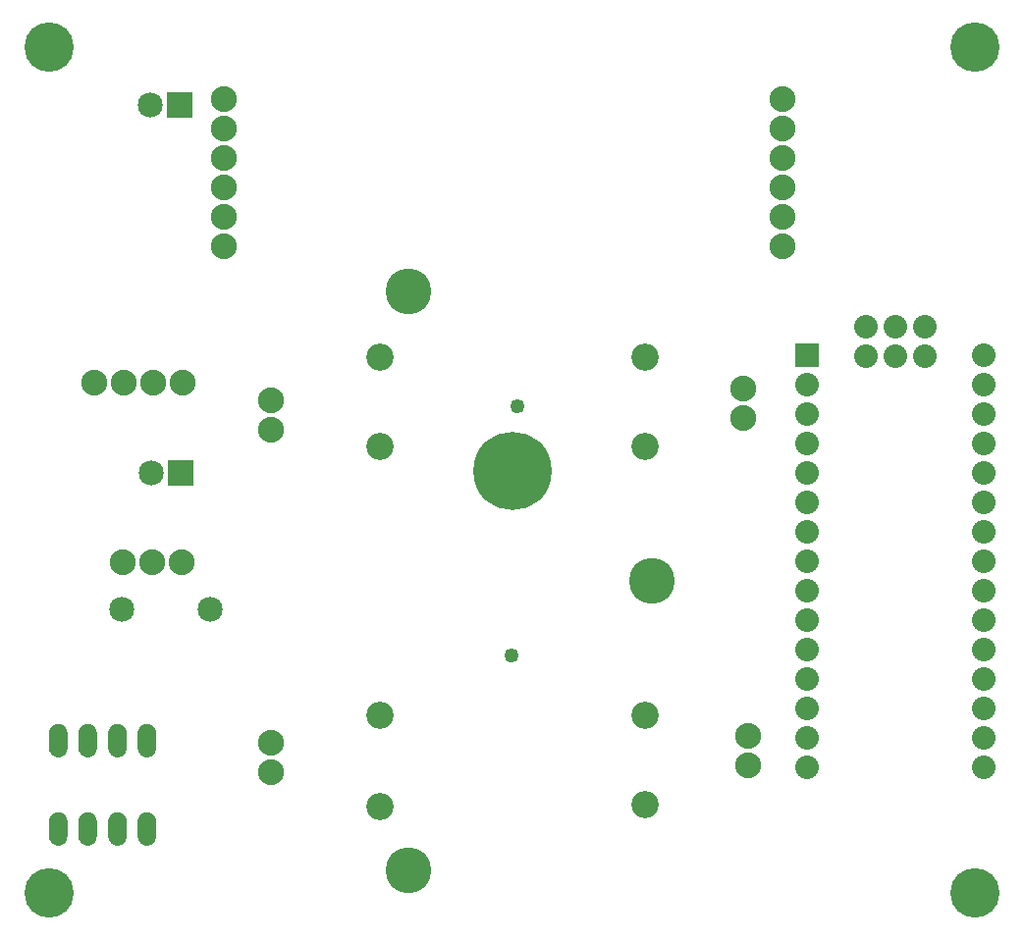
<source format=gts>
G04 MADE WITH FRITZING*
G04 WWW.FRITZING.ORG*
G04 DOUBLE SIDED*
G04 HOLES PLATED*
G04 CONTOUR ON CENTER OF CONTOUR VECTOR*
%ASAXBY*%
%FSLAX23Y23*%
%MOIN*%
%OFA0B0*%
%SFA1.0B1.0*%
%ADD10C,0.085000*%
%ADD11C,0.049370*%
%ADD12C,0.062000*%
%ADD13C,0.128110*%
%ADD14C,0.167480*%
%ADD15C,0.214724*%
%ADD16C,0.092677*%
%ADD17C,0.265905*%
%ADD18C,0.155669*%
%ADD19C,0.080000*%
%ADD20C,0.088000*%
%ADD21R,0.085000X0.085000*%
%ADD22R,0.079958X0.080000*%
%ADD23R,0.001000X0.001000*%
%LNMASK1*%
G90*
G70*
G54D10*
X641Y2877D03*
X541Y2877D03*
G54D11*
X1768Y1005D03*
X1787Y1851D03*
G54D12*
X431Y415D03*
X531Y415D03*
X531Y715D03*
X431Y715D03*
X431Y415D03*
X531Y415D03*
X531Y715D03*
X431Y715D03*
X230Y415D03*
X330Y415D03*
X330Y715D03*
X230Y715D03*
X230Y415D03*
X330Y415D03*
X330Y715D03*
X230Y715D03*
G54D10*
X744Y1163D03*
X444Y1163D03*
G54D13*
X1417Y274D03*
X2243Y1258D03*
X1418Y2242D03*
G54D14*
X198Y199D03*
X3343Y3073D03*
X198Y3073D03*
X3343Y199D03*
G54D15*
X1772Y1634D03*
G54D16*
X2222Y2020D03*
X2222Y1717D03*
X1322Y1717D03*
X1322Y2020D03*
X1322Y491D03*
X1322Y802D03*
X2222Y802D03*
X2222Y499D03*
G54D17*
X1772Y1633D03*
G54D18*
X1418Y2244D03*
X2244Y1259D03*
X1418Y275D03*
G54D19*
X2772Y2027D03*
X2772Y1927D03*
X2772Y1827D03*
X2772Y1727D03*
X2772Y1627D03*
X2772Y1527D03*
X2772Y1427D03*
X2772Y1327D03*
X2772Y1227D03*
X2772Y1127D03*
X2772Y1027D03*
X2772Y927D03*
X2772Y827D03*
X2772Y727D03*
X2772Y627D03*
X3372Y2027D03*
X3372Y1927D03*
X3372Y1827D03*
X3372Y1727D03*
X3372Y1627D03*
X3372Y1527D03*
X3372Y1427D03*
X3372Y1327D03*
X3372Y1227D03*
X3372Y1127D03*
X3372Y1027D03*
X3372Y927D03*
X3372Y827D03*
X3372Y727D03*
X3372Y627D03*
X2972Y2122D03*
X2972Y2022D03*
X3072Y2122D03*
X3072Y2022D03*
X3172Y2122D03*
X3172Y2022D03*
G54D20*
X791Y2895D03*
X791Y2795D03*
X791Y2695D03*
X791Y2595D03*
X791Y2495D03*
X791Y2395D03*
X2689Y2895D03*
X2689Y2795D03*
X2689Y2695D03*
X2689Y2595D03*
X2689Y2495D03*
X2689Y2395D03*
X2573Y632D03*
X2573Y732D03*
X952Y710D03*
X952Y610D03*
X952Y1873D03*
X952Y1773D03*
X2555Y1813D03*
X2555Y1913D03*
X351Y1931D03*
X451Y1931D03*
X551Y1931D03*
X651Y1931D03*
X449Y1321D03*
X549Y1321D03*
X649Y1321D03*
G54D10*
X646Y1627D03*
X546Y1627D03*
G54D21*
X641Y2877D03*
G54D22*
X2772Y2027D03*
G54D21*
X646Y1627D03*
G54D23*
X224Y773D02*
X234Y773D01*
X324Y773D02*
X334Y773D01*
X426Y773D02*
X435Y773D01*
X526Y773D02*
X535Y773D01*
X220Y772D02*
X238Y772D01*
X320Y772D02*
X338Y772D01*
X422Y772D02*
X439Y772D01*
X522Y772D02*
X539Y772D01*
X218Y771D02*
X241Y771D01*
X318Y771D02*
X341Y771D01*
X419Y771D02*
X442Y771D01*
X519Y771D02*
X542Y771D01*
X216Y770D02*
X243Y770D01*
X316Y770D02*
X343Y770D01*
X417Y770D02*
X444Y770D01*
X517Y770D02*
X544Y770D01*
X214Y769D02*
X245Y769D01*
X314Y769D02*
X345Y769D01*
X415Y769D02*
X446Y769D01*
X515Y769D02*
X546Y769D01*
X212Y768D02*
X246Y768D01*
X312Y768D02*
X346Y768D01*
X413Y768D02*
X447Y768D01*
X513Y768D02*
X547Y768D01*
X211Y767D02*
X248Y767D01*
X311Y767D02*
X348Y767D01*
X412Y767D02*
X449Y767D01*
X512Y767D02*
X549Y767D01*
X209Y766D02*
X249Y766D01*
X309Y766D02*
X349Y766D01*
X411Y766D02*
X450Y766D01*
X511Y766D02*
X550Y766D01*
X208Y765D02*
X250Y765D01*
X308Y765D02*
X350Y765D01*
X410Y765D02*
X451Y765D01*
X510Y765D02*
X551Y765D01*
X207Y764D02*
X251Y764D01*
X307Y764D02*
X351Y764D01*
X409Y764D02*
X452Y764D01*
X509Y764D02*
X552Y764D01*
X206Y763D02*
X252Y763D01*
X306Y763D02*
X352Y763D01*
X408Y763D02*
X453Y763D01*
X508Y763D02*
X553Y763D01*
X206Y762D02*
X253Y762D01*
X306Y762D02*
X353Y762D01*
X407Y762D02*
X454Y762D01*
X507Y762D02*
X554Y762D01*
X205Y761D02*
X253Y761D01*
X305Y761D02*
X353Y761D01*
X406Y761D02*
X455Y761D01*
X506Y761D02*
X555Y761D01*
X204Y760D02*
X254Y760D01*
X304Y760D02*
X354Y760D01*
X405Y760D02*
X455Y760D01*
X505Y760D02*
X555Y760D01*
X204Y759D02*
X255Y759D01*
X304Y759D02*
X355Y759D01*
X405Y759D02*
X456Y759D01*
X505Y759D02*
X556Y759D01*
X203Y758D02*
X255Y758D01*
X303Y758D02*
X355Y758D01*
X404Y758D02*
X457Y758D01*
X504Y758D02*
X557Y758D01*
X202Y757D02*
X256Y757D01*
X302Y757D02*
X356Y757D01*
X404Y757D02*
X457Y757D01*
X504Y757D02*
X557Y757D01*
X202Y756D02*
X256Y756D01*
X302Y756D02*
X356Y756D01*
X403Y756D02*
X458Y756D01*
X503Y756D02*
X558Y756D01*
X201Y755D02*
X257Y755D01*
X301Y755D02*
X357Y755D01*
X403Y755D02*
X458Y755D01*
X503Y755D02*
X558Y755D01*
X201Y754D02*
X257Y754D01*
X301Y754D02*
X357Y754D01*
X402Y754D02*
X459Y754D01*
X502Y754D02*
X559Y754D01*
X201Y753D02*
X258Y753D01*
X301Y753D02*
X358Y753D01*
X402Y753D02*
X459Y753D01*
X502Y753D02*
X559Y753D01*
X200Y752D02*
X258Y752D01*
X300Y752D02*
X358Y752D01*
X402Y752D02*
X459Y752D01*
X502Y752D02*
X559Y752D01*
X200Y751D02*
X258Y751D01*
X300Y751D02*
X358Y751D01*
X401Y751D02*
X460Y751D01*
X501Y751D02*
X560Y751D01*
X200Y750D02*
X259Y750D01*
X300Y750D02*
X359Y750D01*
X401Y750D02*
X460Y750D01*
X501Y750D02*
X560Y750D01*
X199Y749D02*
X259Y749D01*
X299Y749D02*
X359Y749D01*
X401Y749D02*
X460Y749D01*
X501Y749D02*
X560Y749D01*
X199Y748D02*
X259Y748D01*
X299Y748D02*
X359Y748D01*
X400Y748D02*
X460Y748D01*
X500Y748D02*
X560Y748D01*
X199Y747D02*
X259Y747D01*
X299Y747D02*
X359Y747D01*
X400Y747D02*
X461Y747D01*
X500Y747D02*
X561Y747D01*
X199Y746D02*
X259Y746D01*
X299Y746D02*
X359Y746D01*
X400Y746D02*
X461Y746D01*
X500Y746D02*
X561Y746D01*
X199Y745D02*
X260Y745D01*
X299Y745D02*
X360Y745D01*
X400Y745D02*
X461Y745D01*
X500Y745D02*
X561Y745D01*
X199Y744D02*
X260Y744D01*
X299Y744D02*
X360Y744D01*
X400Y744D02*
X461Y744D01*
X500Y744D02*
X561Y744D01*
X199Y743D02*
X260Y743D01*
X299Y743D02*
X360Y743D01*
X400Y743D02*
X461Y743D01*
X500Y743D02*
X561Y743D01*
X199Y742D02*
X260Y742D01*
X299Y742D02*
X360Y742D01*
X400Y742D02*
X461Y742D01*
X500Y742D02*
X561Y742D01*
X199Y741D02*
X260Y741D01*
X299Y741D02*
X360Y741D01*
X400Y741D02*
X461Y741D01*
X500Y741D02*
X561Y741D01*
X199Y740D02*
X260Y740D01*
X299Y740D02*
X360Y740D01*
X400Y740D02*
X461Y740D01*
X500Y740D02*
X561Y740D01*
X199Y739D02*
X260Y739D01*
X299Y739D02*
X360Y739D01*
X400Y739D02*
X461Y739D01*
X500Y739D02*
X561Y739D01*
X199Y738D02*
X260Y738D01*
X299Y738D02*
X360Y738D01*
X400Y738D02*
X461Y738D01*
X500Y738D02*
X561Y738D01*
X199Y737D02*
X260Y737D01*
X299Y737D02*
X360Y737D01*
X400Y737D02*
X461Y737D01*
X500Y737D02*
X561Y737D01*
X199Y736D02*
X260Y736D01*
X299Y736D02*
X360Y736D01*
X400Y736D02*
X461Y736D01*
X500Y736D02*
X561Y736D01*
X199Y735D02*
X260Y735D01*
X299Y735D02*
X360Y735D01*
X400Y735D02*
X461Y735D01*
X500Y735D02*
X561Y735D01*
X199Y734D02*
X260Y734D01*
X299Y734D02*
X360Y734D01*
X400Y734D02*
X461Y734D01*
X500Y734D02*
X561Y734D01*
X199Y733D02*
X260Y733D01*
X299Y733D02*
X360Y733D01*
X400Y733D02*
X461Y733D01*
X500Y733D02*
X561Y733D01*
X199Y732D02*
X260Y732D01*
X299Y732D02*
X360Y732D01*
X400Y732D02*
X461Y732D01*
X500Y732D02*
X561Y732D01*
X199Y731D02*
X260Y731D01*
X299Y731D02*
X360Y731D01*
X400Y731D02*
X461Y731D01*
X500Y731D02*
X561Y731D01*
X199Y730D02*
X260Y730D01*
X299Y730D02*
X360Y730D01*
X400Y730D02*
X461Y730D01*
X500Y730D02*
X561Y730D01*
X199Y729D02*
X260Y729D01*
X299Y729D02*
X360Y729D01*
X400Y729D02*
X461Y729D01*
X500Y729D02*
X561Y729D01*
X199Y728D02*
X260Y728D01*
X299Y728D02*
X360Y728D01*
X400Y728D02*
X461Y728D01*
X500Y728D02*
X561Y728D01*
X199Y727D02*
X225Y727D01*
X233Y727D02*
X260Y727D01*
X299Y727D02*
X325Y727D01*
X333Y727D02*
X360Y727D01*
X400Y727D02*
X427Y727D01*
X434Y727D02*
X461Y727D01*
X500Y727D02*
X526Y727D01*
X534Y727D02*
X561Y727D01*
X199Y726D02*
X223Y726D01*
X235Y726D02*
X260Y726D01*
X299Y726D02*
X323Y726D01*
X335Y726D02*
X360Y726D01*
X400Y726D02*
X424Y726D01*
X437Y726D02*
X461Y726D01*
X500Y726D02*
X524Y726D01*
X537Y726D02*
X561Y726D01*
X199Y725D02*
X222Y725D01*
X237Y725D02*
X260Y725D01*
X299Y725D02*
X322Y725D01*
X337Y725D02*
X360Y725D01*
X400Y725D02*
X423Y725D01*
X438Y725D02*
X461Y725D01*
X500Y725D02*
X523Y725D01*
X538Y725D02*
X561Y725D01*
X199Y724D02*
X221Y724D01*
X238Y724D02*
X260Y724D01*
X299Y724D02*
X321Y724D01*
X338Y724D02*
X360Y724D01*
X400Y724D02*
X422Y724D01*
X439Y724D02*
X461Y724D01*
X500Y724D02*
X522Y724D01*
X539Y724D02*
X561Y724D01*
X199Y723D02*
X220Y723D01*
X239Y723D02*
X260Y723D01*
X299Y723D02*
X320Y723D01*
X339Y723D02*
X360Y723D01*
X400Y723D02*
X421Y723D01*
X440Y723D02*
X461Y723D01*
X500Y723D02*
X521Y723D01*
X540Y723D02*
X561Y723D01*
X199Y722D02*
X219Y722D01*
X239Y722D02*
X260Y722D01*
X299Y722D02*
X319Y722D01*
X339Y722D02*
X360Y722D01*
X400Y722D02*
X420Y722D01*
X441Y722D02*
X461Y722D01*
X500Y722D02*
X520Y722D01*
X540Y722D02*
X561Y722D01*
X199Y721D02*
X219Y721D01*
X240Y721D02*
X260Y721D01*
X299Y721D02*
X319Y721D01*
X340Y721D02*
X360Y721D01*
X400Y721D02*
X420Y721D01*
X441Y721D02*
X461Y721D01*
X500Y721D02*
X520Y721D01*
X541Y721D02*
X561Y721D01*
X199Y720D02*
X218Y720D01*
X240Y720D02*
X260Y720D01*
X299Y720D02*
X318Y720D01*
X340Y720D02*
X360Y720D01*
X400Y720D02*
X419Y720D01*
X441Y720D02*
X461Y720D01*
X500Y720D02*
X519Y720D01*
X541Y720D02*
X561Y720D01*
X199Y719D02*
X218Y719D01*
X240Y719D02*
X260Y719D01*
X299Y719D02*
X318Y719D01*
X340Y719D02*
X360Y719D01*
X400Y719D02*
X419Y719D01*
X442Y719D02*
X461Y719D01*
X500Y719D02*
X519Y719D01*
X542Y719D02*
X561Y719D01*
X199Y718D02*
X218Y718D01*
X241Y718D02*
X260Y718D01*
X299Y718D02*
X318Y718D01*
X341Y718D02*
X360Y718D01*
X400Y718D02*
X419Y718D01*
X442Y718D02*
X461Y718D01*
X500Y718D02*
X519Y718D01*
X542Y718D02*
X561Y718D01*
X199Y717D02*
X218Y717D01*
X241Y717D02*
X260Y717D01*
X299Y717D02*
X318Y717D01*
X341Y717D02*
X360Y717D01*
X400Y717D02*
X419Y717D01*
X442Y717D02*
X461Y717D01*
X500Y717D02*
X519Y717D01*
X542Y717D02*
X561Y717D01*
X199Y716D02*
X218Y716D01*
X241Y716D02*
X260Y716D01*
X299Y716D02*
X318Y716D01*
X341Y716D02*
X360Y716D01*
X400Y716D02*
X419Y716D01*
X442Y716D02*
X461Y716D01*
X500Y716D02*
X519Y716D01*
X542Y716D02*
X561Y716D01*
X199Y715D02*
X218Y715D01*
X241Y715D02*
X260Y715D01*
X299Y715D02*
X318Y715D01*
X341Y715D02*
X360Y715D01*
X400Y715D02*
X419Y715D01*
X442Y715D02*
X461Y715D01*
X500Y715D02*
X519Y715D01*
X542Y715D02*
X561Y715D01*
X199Y714D02*
X218Y714D01*
X240Y714D02*
X260Y714D01*
X299Y714D02*
X318Y714D01*
X340Y714D02*
X360Y714D01*
X400Y714D02*
X419Y714D01*
X442Y714D02*
X461Y714D01*
X500Y714D02*
X519Y714D01*
X542Y714D02*
X561Y714D01*
X199Y713D02*
X218Y713D01*
X240Y713D02*
X260Y713D01*
X299Y713D02*
X318Y713D01*
X340Y713D02*
X360Y713D01*
X400Y713D02*
X419Y713D01*
X441Y713D02*
X461Y713D01*
X500Y713D02*
X519Y713D01*
X541Y713D02*
X561Y713D01*
X199Y712D02*
X219Y712D01*
X240Y712D02*
X260Y712D01*
X299Y712D02*
X319Y712D01*
X340Y712D02*
X360Y712D01*
X400Y712D02*
X420Y712D01*
X441Y712D02*
X461Y712D01*
X500Y712D02*
X520Y712D01*
X541Y712D02*
X561Y712D01*
X199Y711D02*
X219Y711D01*
X239Y711D02*
X260Y711D01*
X299Y711D02*
X319Y711D01*
X339Y711D02*
X360Y711D01*
X400Y711D02*
X420Y711D01*
X440Y711D02*
X461Y711D01*
X500Y711D02*
X520Y711D01*
X540Y711D02*
X561Y711D01*
X199Y710D02*
X220Y710D01*
X238Y710D02*
X260Y710D01*
X299Y710D02*
X320Y710D01*
X338Y710D02*
X360Y710D01*
X400Y710D02*
X421Y710D01*
X440Y710D02*
X461Y710D01*
X500Y710D02*
X521Y710D01*
X540Y710D02*
X561Y710D01*
X199Y709D02*
X221Y709D01*
X238Y709D02*
X260Y709D01*
X299Y709D02*
X321Y709D01*
X338Y709D02*
X360Y709D01*
X400Y709D02*
X422Y709D01*
X439Y709D02*
X461Y709D01*
X500Y709D02*
X522Y709D01*
X539Y709D02*
X561Y709D01*
X199Y708D02*
X222Y708D01*
X237Y708D02*
X260Y708D01*
X299Y708D02*
X322Y708D01*
X337Y708D02*
X360Y708D01*
X400Y708D02*
X423Y708D01*
X438Y708D02*
X461Y708D01*
X500Y708D02*
X523Y708D01*
X538Y708D02*
X561Y708D01*
X199Y707D02*
X223Y707D01*
X235Y707D02*
X260Y707D01*
X299Y707D02*
X323Y707D01*
X335Y707D02*
X360Y707D01*
X400Y707D02*
X424Y707D01*
X436Y707D02*
X461Y707D01*
X500Y707D02*
X524Y707D01*
X536Y707D02*
X561Y707D01*
X199Y706D02*
X225Y706D01*
X233Y706D02*
X260Y706D01*
X299Y706D02*
X325Y706D01*
X333Y706D02*
X360Y706D01*
X400Y706D02*
X427Y706D01*
X434Y706D02*
X461Y706D01*
X500Y706D02*
X527Y706D01*
X534Y706D02*
X561Y706D01*
X199Y705D02*
X260Y705D01*
X299Y705D02*
X360Y705D01*
X400Y705D02*
X461Y705D01*
X500Y705D02*
X561Y705D01*
X199Y704D02*
X260Y704D01*
X299Y704D02*
X360Y704D01*
X400Y704D02*
X461Y704D01*
X500Y704D02*
X561Y704D01*
X199Y703D02*
X260Y703D01*
X299Y703D02*
X360Y703D01*
X400Y703D02*
X461Y703D01*
X500Y703D02*
X561Y703D01*
X199Y702D02*
X260Y702D01*
X299Y702D02*
X360Y702D01*
X400Y702D02*
X461Y702D01*
X500Y702D02*
X561Y702D01*
X199Y701D02*
X260Y701D01*
X299Y701D02*
X360Y701D01*
X400Y701D02*
X461Y701D01*
X500Y701D02*
X561Y701D01*
X199Y700D02*
X260Y700D01*
X299Y700D02*
X360Y700D01*
X400Y700D02*
X461Y700D01*
X500Y700D02*
X561Y700D01*
X199Y699D02*
X260Y699D01*
X299Y699D02*
X360Y699D01*
X400Y699D02*
X461Y699D01*
X500Y699D02*
X561Y699D01*
X199Y698D02*
X260Y698D01*
X299Y698D02*
X360Y698D01*
X400Y698D02*
X461Y698D01*
X500Y698D02*
X561Y698D01*
X199Y697D02*
X260Y697D01*
X299Y697D02*
X360Y697D01*
X400Y697D02*
X461Y697D01*
X500Y697D02*
X561Y697D01*
X199Y696D02*
X260Y696D01*
X299Y696D02*
X360Y696D01*
X400Y696D02*
X461Y696D01*
X500Y696D02*
X561Y696D01*
X199Y695D02*
X260Y695D01*
X299Y695D02*
X360Y695D01*
X400Y695D02*
X461Y695D01*
X500Y695D02*
X561Y695D01*
X199Y694D02*
X260Y694D01*
X299Y694D02*
X360Y694D01*
X400Y694D02*
X461Y694D01*
X500Y694D02*
X561Y694D01*
X199Y693D02*
X260Y693D01*
X299Y693D02*
X360Y693D01*
X400Y693D02*
X461Y693D01*
X500Y693D02*
X561Y693D01*
X199Y692D02*
X260Y692D01*
X299Y692D02*
X360Y692D01*
X400Y692D02*
X461Y692D01*
X500Y692D02*
X561Y692D01*
X199Y691D02*
X260Y691D01*
X299Y691D02*
X360Y691D01*
X400Y691D02*
X461Y691D01*
X500Y691D02*
X561Y691D01*
X199Y690D02*
X260Y690D01*
X299Y690D02*
X360Y690D01*
X400Y690D02*
X461Y690D01*
X500Y690D02*
X561Y690D01*
X199Y689D02*
X260Y689D01*
X299Y689D02*
X360Y689D01*
X400Y689D02*
X461Y689D01*
X500Y689D02*
X561Y689D01*
X199Y688D02*
X260Y688D01*
X299Y688D02*
X360Y688D01*
X400Y688D02*
X461Y688D01*
X500Y688D02*
X561Y688D01*
X199Y687D02*
X259Y687D01*
X299Y687D02*
X359Y687D01*
X400Y687D02*
X461Y687D01*
X500Y687D02*
X561Y687D01*
X199Y686D02*
X259Y686D01*
X299Y686D02*
X359Y686D01*
X400Y686D02*
X461Y686D01*
X500Y686D02*
X561Y686D01*
X199Y685D02*
X259Y685D01*
X299Y685D02*
X359Y685D01*
X401Y685D02*
X460Y685D01*
X501Y685D02*
X560Y685D01*
X199Y684D02*
X259Y684D01*
X299Y684D02*
X359Y684D01*
X401Y684D02*
X460Y684D01*
X501Y684D02*
X560Y684D01*
X200Y683D02*
X259Y683D01*
X300Y683D02*
X359Y683D01*
X401Y683D02*
X460Y683D01*
X501Y683D02*
X560Y683D01*
X200Y682D02*
X258Y682D01*
X300Y682D02*
X358Y682D01*
X401Y682D02*
X460Y682D01*
X501Y682D02*
X560Y682D01*
X200Y681D02*
X258Y681D01*
X300Y681D02*
X358Y681D01*
X402Y681D02*
X459Y681D01*
X502Y681D02*
X559Y681D01*
X201Y680D02*
X258Y680D01*
X301Y680D02*
X358Y680D01*
X402Y680D02*
X459Y680D01*
X502Y680D02*
X559Y680D01*
X201Y679D02*
X257Y679D01*
X301Y679D02*
X357Y679D01*
X402Y679D02*
X459Y679D01*
X502Y679D02*
X559Y679D01*
X201Y678D02*
X257Y678D01*
X301Y678D02*
X357Y678D01*
X403Y678D02*
X458Y678D01*
X503Y678D02*
X558Y678D01*
X202Y677D02*
X256Y677D01*
X302Y677D02*
X356Y677D01*
X403Y677D02*
X458Y677D01*
X503Y677D02*
X558Y677D01*
X202Y676D02*
X256Y676D01*
X302Y676D02*
X356Y676D01*
X404Y676D02*
X457Y676D01*
X504Y676D02*
X557Y676D01*
X203Y675D02*
X255Y675D01*
X303Y675D02*
X355Y675D01*
X404Y675D02*
X457Y675D01*
X504Y675D02*
X557Y675D01*
X204Y674D02*
X255Y674D01*
X304Y674D02*
X355Y674D01*
X405Y674D02*
X456Y674D01*
X505Y674D02*
X556Y674D01*
X204Y673D02*
X254Y673D01*
X304Y673D02*
X354Y673D01*
X405Y673D02*
X455Y673D01*
X505Y673D02*
X555Y673D01*
X205Y672D02*
X253Y672D01*
X305Y672D02*
X353Y672D01*
X406Y672D02*
X455Y672D01*
X506Y672D02*
X555Y672D01*
X206Y671D02*
X253Y671D01*
X306Y671D02*
X353Y671D01*
X407Y671D02*
X454Y671D01*
X507Y671D02*
X554Y671D01*
X206Y670D02*
X252Y670D01*
X306Y670D02*
X352Y670D01*
X408Y670D02*
X453Y670D01*
X508Y670D02*
X553Y670D01*
X207Y669D02*
X251Y669D01*
X307Y669D02*
X351Y669D01*
X409Y669D02*
X452Y669D01*
X509Y669D02*
X552Y669D01*
X208Y668D02*
X250Y668D01*
X308Y668D02*
X350Y668D01*
X410Y668D02*
X451Y668D01*
X510Y668D02*
X551Y668D01*
X210Y667D02*
X249Y667D01*
X310Y667D02*
X349Y667D01*
X411Y667D02*
X450Y667D01*
X511Y667D02*
X550Y667D01*
X211Y666D02*
X247Y666D01*
X311Y666D02*
X347Y666D01*
X412Y666D02*
X449Y666D01*
X512Y666D02*
X549Y666D01*
X212Y665D02*
X246Y665D01*
X312Y665D02*
X346Y665D01*
X413Y665D02*
X447Y665D01*
X513Y665D02*
X547Y665D01*
X214Y664D02*
X244Y664D01*
X314Y664D02*
X344Y664D01*
X415Y664D02*
X446Y664D01*
X515Y664D02*
X546Y664D01*
X216Y663D02*
X243Y663D01*
X316Y663D02*
X343Y663D01*
X417Y663D02*
X444Y663D01*
X517Y663D02*
X544Y663D01*
X218Y662D02*
X241Y662D01*
X318Y662D02*
X341Y662D01*
X419Y662D02*
X442Y662D01*
X519Y662D02*
X542Y662D01*
X221Y661D02*
X238Y661D01*
X321Y661D02*
X338Y661D01*
X422Y661D02*
X439Y661D01*
X522Y661D02*
X539Y661D01*
X225Y660D02*
X234Y660D01*
X325Y660D02*
X334Y660D01*
X426Y660D02*
X435Y660D01*
X526Y660D02*
X535Y660D01*
X224Y473D02*
X234Y473D01*
X324Y473D02*
X334Y473D01*
X425Y473D02*
X436Y473D01*
X525Y473D02*
X536Y473D01*
X220Y472D02*
X238Y472D01*
X320Y472D02*
X338Y472D01*
X421Y472D02*
X439Y472D01*
X521Y472D02*
X539Y472D01*
X218Y471D02*
X241Y471D01*
X318Y471D02*
X341Y471D01*
X419Y471D02*
X442Y471D01*
X519Y471D02*
X542Y471D01*
X215Y470D02*
X243Y470D01*
X315Y470D02*
X343Y470D01*
X417Y470D02*
X444Y470D01*
X517Y470D02*
X544Y470D01*
X214Y469D02*
X245Y469D01*
X314Y469D02*
X345Y469D01*
X415Y469D02*
X446Y469D01*
X515Y469D02*
X546Y469D01*
X212Y468D02*
X246Y468D01*
X312Y468D02*
X346Y468D01*
X413Y468D02*
X448Y468D01*
X513Y468D02*
X548Y468D01*
X211Y467D02*
X248Y467D01*
X311Y467D02*
X348Y467D01*
X412Y467D02*
X449Y467D01*
X512Y467D02*
X549Y467D01*
X209Y466D02*
X249Y466D01*
X309Y466D02*
X349Y466D01*
X411Y466D02*
X450Y466D01*
X511Y466D02*
X550Y466D01*
X208Y465D02*
X250Y465D01*
X308Y465D02*
X350Y465D01*
X410Y465D02*
X451Y465D01*
X510Y465D02*
X551Y465D01*
X207Y464D02*
X251Y464D01*
X307Y464D02*
X351Y464D01*
X409Y464D02*
X452Y464D01*
X509Y464D02*
X552Y464D01*
X206Y463D02*
X252Y463D01*
X306Y463D02*
X352Y463D01*
X408Y463D02*
X453Y463D01*
X508Y463D02*
X553Y463D01*
X206Y462D02*
X253Y462D01*
X306Y462D02*
X353Y462D01*
X407Y462D02*
X454Y462D01*
X507Y462D02*
X554Y462D01*
X205Y461D02*
X253Y461D01*
X305Y461D02*
X353Y461D01*
X406Y461D02*
X455Y461D01*
X506Y461D02*
X555Y461D01*
X204Y460D02*
X254Y460D01*
X304Y460D02*
X354Y460D01*
X405Y460D02*
X455Y460D01*
X505Y460D02*
X555Y460D01*
X203Y459D02*
X255Y459D01*
X303Y459D02*
X355Y459D01*
X405Y459D02*
X456Y459D01*
X505Y459D02*
X556Y459D01*
X203Y458D02*
X255Y458D01*
X303Y458D02*
X355Y458D01*
X404Y458D02*
X457Y458D01*
X504Y458D02*
X557Y458D01*
X202Y457D02*
X256Y457D01*
X302Y457D02*
X356Y457D01*
X404Y457D02*
X457Y457D01*
X504Y457D02*
X557Y457D01*
X202Y456D02*
X256Y456D01*
X302Y456D02*
X356Y456D01*
X403Y456D02*
X458Y456D01*
X503Y456D02*
X558Y456D01*
X201Y455D02*
X257Y455D01*
X301Y455D02*
X357Y455D01*
X403Y455D02*
X458Y455D01*
X503Y455D02*
X558Y455D01*
X201Y454D02*
X257Y454D01*
X301Y454D02*
X357Y454D01*
X402Y454D02*
X459Y454D01*
X502Y454D02*
X559Y454D01*
X201Y453D02*
X258Y453D01*
X301Y453D02*
X358Y453D01*
X402Y453D02*
X459Y453D01*
X502Y453D02*
X559Y453D01*
X200Y452D02*
X258Y452D01*
X300Y452D02*
X358Y452D01*
X402Y452D02*
X459Y452D01*
X501Y452D02*
X559Y452D01*
X200Y451D02*
X258Y451D01*
X300Y451D02*
X358Y451D01*
X401Y451D02*
X460Y451D01*
X501Y451D02*
X560Y451D01*
X200Y450D02*
X259Y450D01*
X300Y450D02*
X359Y450D01*
X401Y450D02*
X460Y450D01*
X501Y450D02*
X560Y450D01*
X199Y449D02*
X259Y449D01*
X299Y449D02*
X359Y449D01*
X401Y449D02*
X460Y449D01*
X501Y449D02*
X560Y449D01*
X199Y448D02*
X259Y448D01*
X299Y448D02*
X359Y448D01*
X400Y448D02*
X460Y448D01*
X500Y448D02*
X560Y448D01*
X199Y447D02*
X259Y447D01*
X299Y447D02*
X359Y447D01*
X400Y447D02*
X461Y447D01*
X500Y447D02*
X561Y447D01*
X199Y446D02*
X259Y446D01*
X299Y446D02*
X359Y446D01*
X400Y446D02*
X461Y446D01*
X500Y446D02*
X561Y446D01*
X199Y445D02*
X260Y445D01*
X299Y445D02*
X360Y445D01*
X400Y445D02*
X461Y445D01*
X500Y445D02*
X561Y445D01*
X199Y444D02*
X260Y444D01*
X299Y444D02*
X360Y444D01*
X400Y444D02*
X461Y444D01*
X500Y444D02*
X561Y444D01*
X199Y443D02*
X260Y443D01*
X299Y443D02*
X360Y443D01*
X400Y443D02*
X461Y443D01*
X500Y443D02*
X561Y443D01*
X199Y442D02*
X260Y442D01*
X299Y442D02*
X360Y442D01*
X400Y442D02*
X461Y442D01*
X500Y442D02*
X561Y442D01*
X199Y441D02*
X260Y441D01*
X299Y441D02*
X360Y441D01*
X400Y441D02*
X461Y441D01*
X500Y441D02*
X561Y441D01*
X199Y440D02*
X260Y440D01*
X299Y440D02*
X360Y440D01*
X400Y440D02*
X461Y440D01*
X500Y440D02*
X561Y440D01*
X199Y439D02*
X260Y439D01*
X299Y439D02*
X360Y439D01*
X400Y439D02*
X461Y439D01*
X500Y439D02*
X561Y439D01*
X199Y438D02*
X260Y438D01*
X299Y438D02*
X360Y438D01*
X400Y438D02*
X461Y438D01*
X500Y438D02*
X561Y438D01*
X199Y437D02*
X260Y437D01*
X299Y437D02*
X360Y437D01*
X400Y437D02*
X461Y437D01*
X500Y437D02*
X561Y437D01*
X199Y436D02*
X260Y436D01*
X299Y436D02*
X360Y436D01*
X400Y436D02*
X461Y436D01*
X500Y436D02*
X561Y436D01*
X199Y435D02*
X260Y435D01*
X299Y435D02*
X360Y435D01*
X400Y435D02*
X461Y435D01*
X500Y435D02*
X561Y435D01*
X199Y434D02*
X260Y434D01*
X299Y434D02*
X360Y434D01*
X400Y434D02*
X461Y434D01*
X500Y434D02*
X561Y434D01*
X199Y433D02*
X260Y433D01*
X299Y433D02*
X360Y433D01*
X400Y433D02*
X461Y433D01*
X500Y433D02*
X561Y433D01*
X199Y432D02*
X260Y432D01*
X299Y432D02*
X360Y432D01*
X400Y432D02*
X461Y432D01*
X500Y432D02*
X561Y432D01*
X199Y431D02*
X260Y431D01*
X299Y431D02*
X360Y431D01*
X400Y431D02*
X461Y431D01*
X500Y431D02*
X561Y431D01*
X199Y430D02*
X260Y430D01*
X299Y430D02*
X360Y430D01*
X400Y430D02*
X461Y430D01*
X500Y430D02*
X561Y430D01*
X199Y429D02*
X260Y429D01*
X299Y429D02*
X360Y429D01*
X400Y429D02*
X461Y429D01*
X500Y429D02*
X561Y429D01*
X199Y428D02*
X260Y428D01*
X299Y428D02*
X360Y428D01*
X400Y428D02*
X461Y428D01*
X500Y428D02*
X561Y428D01*
X199Y427D02*
X225Y427D01*
X233Y427D02*
X260Y427D01*
X299Y427D02*
X325Y427D01*
X333Y427D02*
X360Y427D01*
X400Y427D02*
X426Y427D01*
X435Y427D02*
X461Y427D01*
X500Y427D02*
X526Y427D01*
X535Y427D02*
X561Y427D01*
X199Y426D02*
X223Y426D01*
X235Y426D02*
X260Y426D01*
X299Y426D02*
X323Y426D01*
X335Y426D02*
X360Y426D01*
X400Y426D02*
X424Y426D01*
X437Y426D02*
X461Y426D01*
X500Y426D02*
X524Y426D01*
X537Y426D02*
X561Y426D01*
X199Y425D02*
X222Y425D01*
X237Y425D02*
X260Y425D01*
X299Y425D02*
X322Y425D01*
X337Y425D02*
X360Y425D01*
X400Y425D02*
X423Y425D01*
X438Y425D02*
X461Y425D01*
X500Y425D02*
X523Y425D01*
X538Y425D02*
X561Y425D01*
X199Y424D02*
X221Y424D01*
X238Y424D02*
X260Y424D01*
X299Y424D02*
X321Y424D01*
X338Y424D02*
X360Y424D01*
X400Y424D02*
X422Y424D01*
X439Y424D02*
X461Y424D01*
X500Y424D02*
X522Y424D01*
X539Y424D02*
X561Y424D01*
X199Y423D02*
X220Y423D01*
X239Y423D02*
X260Y423D01*
X299Y423D02*
X320Y423D01*
X339Y423D02*
X360Y423D01*
X400Y423D02*
X421Y423D01*
X440Y423D02*
X461Y423D01*
X500Y423D02*
X521Y423D01*
X540Y423D02*
X561Y423D01*
X199Y422D02*
X219Y422D01*
X239Y422D02*
X260Y422D01*
X299Y422D02*
X319Y422D01*
X339Y422D02*
X360Y422D01*
X400Y422D02*
X420Y422D01*
X441Y422D02*
X461Y422D01*
X500Y422D02*
X520Y422D01*
X541Y422D02*
X561Y422D01*
X199Y421D02*
X219Y421D01*
X240Y421D02*
X260Y421D01*
X299Y421D02*
X318Y421D01*
X340Y421D02*
X360Y421D01*
X400Y421D02*
X420Y421D01*
X441Y421D02*
X461Y421D01*
X500Y421D02*
X520Y421D01*
X541Y421D02*
X561Y421D01*
X199Y420D02*
X218Y420D01*
X240Y420D02*
X260Y420D01*
X299Y420D02*
X318Y420D01*
X340Y420D02*
X360Y420D01*
X400Y420D02*
X419Y420D01*
X441Y420D02*
X461Y420D01*
X500Y420D02*
X519Y420D01*
X541Y420D02*
X561Y420D01*
X199Y419D02*
X218Y419D01*
X240Y419D02*
X260Y419D01*
X299Y419D02*
X318Y419D01*
X340Y419D02*
X360Y419D01*
X400Y419D02*
X419Y419D01*
X442Y419D02*
X461Y419D01*
X500Y419D02*
X519Y419D01*
X542Y419D02*
X561Y419D01*
X199Y418D02*
X218Y418D01*
X241Y418D02*
X260Y418D01*
X299Y418D02*
X318Y418D01*
X341Y418D02*
X360Y418D01*
X400Y418D02*
X419Y418D01*
X442Y418D02*
X461Y418D01*
X500Y418D02*
X519Y418D01*
X542Y418D02*
X561Y418D01*
X199Y417D02*
X218Y417D01*
X241Y417D02*
X260Y417D01*
X299Y417D02*
X318Y417D01*
X341Y417D02*
X360Y417D01*
X400Y417D02*
X419Y417D01*
X442Y417D02*
X461Y417D01*
X500Y417D02*
X519Y417D01*
X542Y417D02*
X561Y417D01*
X199Y416D02*
X218Y416D01*
X241Y416D02*
X260Y416D01*
X299Y416D02*
X318Y416D01*
X341Y416D02*
X360Y416D01*
X400Y416D02*
X419Y416D01*
X442Y416D02*
X461Y416D01*
X500Y416D02*
X519Y416D01*
X542Y416D02*
X561Y416D01*
X199Y415D02*
X218Y415D01*
X241Y415D02*
X260Y415D01*
X299Y415D02*
X318Y415D01*
X341Y415D02*
X360Y415D01*
X400Y415D02*
X419Y415D01*
X442Y415D02*
X461Y415D01*
X500Y415D02*
X519Y415D01*
X542Y415D02*
X561Y415D01*
X199Y414D02*
X218Y414D01*
X240Y414D02*
X260Y414D01*
X299Y414D02*
X318Y414D01*
X340Y414D02*
X360Y414D01*
X400Y414D02*
X419Y414D01*
X442Y414D02*
X461Y414D01*
X500Y414D02*
X519Y414D01*
X542Y414D02*
X561Y414D01*
X199Y413D02*
X218Y413D01*
X240Y413D02*
X260Y413D01*
X299Y413D02*
X318Y413D01*
X340Y413D02*
X360Y413D01*
X400Y413D02*
X420Y413D01*
X441Y413D02*
X461Y413D01*
X500Y413D02*
X519Y413D01*
X541Y413D02*
X561Y413D01*
X199Y412D02*
X219Y412D01*
X240Y412D02*
X260Y412D01*
X299Y412D02*
X319Y412D01*
X340Y412D02*
X360Y412D01*
X400Y412D02*
X420Y412D01*
X441Y412D02*
X461Y412D01*
X500Y412D02*
X520Y412D01*
X541Y412D02*
X561Y412D01*
X199Y411D02*
X219Y411D01*
X239Y411D02*
X260Y411D01*
X299Y411D02*
X319Y411D01*
X339Y411D02*
X360Y411D01*
X400Y411D02*
X420Y411D01*
X440Y411D02*
X461Y411D01*
X500Y411D02*
X520Y411D01*
X540Y411D02*
X561Y411D01*
X199Y410D02*
X220Y410D01*
X238Y410D02*
X260Y410D01*
X299Y410D02*
X320Y410D01*
X338Y410D02*
X360Y410D01*
X400Y410D02*
X421Y410D01*
X440Y410D02*
X461Y410D01*
X500Y410D02*
X521Y410D01*
X540Y410D02*
X561Y410D01*
X199Y409D02*
X221Y409D01*
X238Y409D02*
X260Y409D01*
X299Y409D02*
X321Y409D01*
X338Y409D02*
X360Y409D01*
X400Y409D02*
X422Y409D01*
X439Y409D02*
X461Y409D01*
X500Y409D02*
X522Y409D01*
X539Y409D02*
X561Y409D01*
X199Y408D02*
X222Y408D01*
X236Y408D02*
X260Y408D01*
X299Y408D02*
X322Y408D01*
X336Y408D02*
X360Y408D01*
X400Y408D02*
X423Y408D01*
X438Y408D02*
X461Y408D01*
X500Y408D02*
X523Y408D01*
X538Y408D02*
X561Y408D01*
X199Y407D02*
X223Y407D01*
X235Y407D02*
X260Y407D01*
X299Y407D02*
X323Y407D01*
X335Y407D02*
X360Y407D01*
X400Y407D02*
X425Y407D01*
X436Y407D02*
X461Y407D01*
X500Y407D02*
X524Y407D01*
X536Y407D02*
X561Y407D01*
X199Y406D02*
X226Y406D01*
X233Y406D02*
X260Y406D01*
X299Y406D02*
X326Y406D01*
X333Y406D02*
X360Y406D01*
X400Y406D02*
X427Y406D01*
X434Y406D02*
X461Y406D01*
X500Y406D02*
X527Y406D01*
X534Y406D02*
X561Y406D01*
X199Y405D02*
X260Y405D01*
X299Y405D02*
X360Y405D01*
X400Y405D02*
X461Y405D01*
X500Y405D02*
X561Y405D01*
X199Y404D02*
X260Y404D01*
X299Y404D02*
X360Y404D01*
X400Y404D02*
X461Y404D01*
X500Y404D02*
X561Y404D01*
X199Y403D02*
X260Y403D01*
X299Y403D02*
X360Y403D01*
X400Y403D02*
X461Y403D01*
X500Y403D02*
X561Y403D01*
X199Y402D02*
X260Y402D01*
X299Y402D02*
X360Y402D01*
X400Y402D02*
X461Y402D01*
X500Y402D02*
X561Y402D01*
X199Y401D02*
X260Y401D01*
X299Y401D02*
X360Y401D01*
X400Y401D02*
X461Y401D01*
X500Y401D02*
X561Y401D01*
X199Y400D02*
X260Y400D01*
X299Y400D02*
X360Y400D01*
X400Y400D02*
X461Y400D01*
X500Y400D02*
X561Y400D01*
X199Y399D02*
X260Y399D01*
X299Y399D02*
X360Y399D01*
X400Y399D02*
X461Y399D01*
X500Y399D02*
X561Y399D01*
X199Y398D02*
X260Y398D01*
X299Y398D02*
X360Y398D01*
X400Y398D02*
X461Y398D01*
X500Y398D02*
X561Y398D01*
X199Y397D02*
X260Y397D01*
X299Y397D02*
X360Y397D01*
X400Y397D02*
X461Y397D01*
X500Y397D02*
X561Y397D01*
X199Y396D02*
X260Y396D01*
X299Y396D02*
X360Y396D01*
X400Y396D02*
X461Y396D01*
X500Y396D02*
X561Y396D01*
X199Y395D02*
X260Y395D01*
X299Y395D02*
X360Y395D01*
X400Y395D02*
X461Y395D01*
X500Y395D02*
X561Y395D01*
X199Y394D02*
X260Y394D01*
X299Y394D02*
X360Y394D01*
X400Y394D02*
X461Y394D01*
X500Y394D02*
X561Y394D01*
X199Y393D02*
X260Y393D01*
X299Y393D02*
X360Y393D01*
X400Y393D02*
X461Y393D01*
X500Y393D02*
X561Y393D01*
X199Y392D02*
X260Y392D01*
X299Y392D02*
X360Y392D01*
X400Y392D02*
X461Y392D01*
X500Y392D02*
X561Y392D01*
X199Y391D02*
X260Y391D01*
X299Y391D02*
X360Y391D01*
X400Y391D02*
X461Y391D01*
X500Y391D02*
X561Y391D01*
X199Y390D02*
X260Y390D01*
X299Y390D02*
X360Y390D01*
X400Y390D02*
X461Y390D01*
X500Y390D02*
X561Y390D01*
X199Y389D02*
X260Y389D01*
X299Y389D02*
X360Y389D01*
X400Y389D02*
X461Y389D01*
X500Y389D02*
X561Y389D01*
X199Y388D02*
X259Y388D01*
X299Y388D02*
X359Y388D01*
X400Y388D02*
X461Y388D01*
X500Y388D02*
X561Y388D01*
X199Y387D02*
X259Y387D01*
X299Y387D02*
X359Y387D01*
X400Y387D02*
X461Y387D01*
X500Y387D02*
X561Y387D01*
X199Y386D02*
X259Y386D01*
X299Y386D02*
X359Y386D01*
X400Y386D02*
X461Y386D01*
X500Y386D02*
X561Y386D01*
X199Y385D02*
X259Y385D01*
X299Y385D02*
X359Y385D01*
X401Y385D02*
X460Y385D01*
X501Y385D02*
X560Y385D01*
X199Y384D02*
X259Y384D01*
X299Y384D02*
X359Y384D01*
X401Y384D02*
X460Y384D01*
X501Y384D02*
X560Y384D01*
X200Y383D02*
X259Y383D01*
X300Y383D02*
X359Y383D01*
X401Y383D02*
X460Y383D01*
X501Y383D02*
X560Y383D01*
X200Y382D02*
X258Y382D01*
X300Y382D02*
X358Y382D01*
X401Y382D02*
X460Y382D01*
X501Y382D02*
X560Y382D01*
X200Y381D02*
X258Y381D01*
X300Y381D02*
X358Y381D01*
X402Y381D02*
X459Y381D01*
X502Y381D02*
X559Y381D01*
X201Y380D02*
X258Y380D01*
X301Y380D02*
X358Y380D01*
X402Y380D02*
X459Y380D01*
X502Y380D02*
X559Y380D01*
X201Y379D02*
X257Y379D01*
X301Y379D02*
X357Y379D01*
X402Y379D02*
X459Y379D01*
X502Y379D02*
X559Y379D01*
X201Y378D02*
X257Y378D01*
X301Y378D02*
X357Y378D01*
X403Y378D02*
X458Y378D01*
X503Y378D02*
X558Y378D01*
X202Y377D02*
X256Y377D01*
X302Y377D02*
X356Y377D01*
X403Y377D02*
X458Y377D01*
X503Y377D02*
X558Y377D01*
X202Y376D02*
X256Y376D01*
X302Y376D02*
X356Y376D01*
X404Y376D02*
X457Y376D01*
X504Y376D02*
X557Y376D01*
X203Y375D02*
X255Y375D01*
X303Y375D02*
X355Y375D01*
X404Y375D02*
X457Y375D01*
X504Y375D02*
X557Y375D01*
X204Y374D02*
X255Y374D01*
X304Y374D02*
X355Y374D01*
X405Y374D02*
X456Y374D01*
X505Y374D02*
X556Y374D01*
X204Y373D02*
X254Y373D01*
X304Y373D02*
X354Y373D01*
X405Y373D02*
X455Y373D01*
X505Y373D02*
X555Y373D01*
X205Y372D02*
X253Y372D01*
X305Y372D02*
X353Y372D01*
X406Y372D02*
X455Y372D01*
X506Y372D02*
X555Y372D01*
X206Y371D02*
X253Y371D01*
X306Y371D02*
X353Y371D01*
X407Y371D02*
X454Y371D01*
X507Y371D02*
X554Y371D01*
X207Y370D02*
X252Y370D01*
X307Y370D02*
X352Y370D01*
X408Y370D02*
X453Y370D01*
X508Y370D02*
X553Y370D01*
X207Y369D02*
X251Y369D01*
X307Y369D02*
X351Y369D01*
X409Y369D02*
X452Y369D01*
X509Y369D02*
X552Y369D01*
X208Y368D02*
X250Y368D01*
X308Y368D02*
X350Y368D01*
X410Y368D02*
X451Y368D01*
X510Y368D02*
X551Y368D01*
X210Y367D02*
X249Y367D01*
X310Y367D02*
X349Y367D01*
X411Y367D02*
X450Y367D01*
X511Y367D02*
X550Y367D01*
X211Y366D02*
X247Y366D01*
X311Y366D02*
X347Y366D01*
X412Y366D02*
X449Y366D01*
X512Y366D02*
X549Y366D01*
X212Y365D02*
X246Y365D01*
X312Y365D02*
X346Y365D01*
X414Y365D02*
X447Y365D01*
X514Y365D02*
X547Y365D01*
X214Y364D02*
X244Y364D01*
X314Y364D02*
X344Y364D01*
X415Y364D02*
X446Y364D01*
X515Y364D02*
X546Y364D01*
X216Y363D02*
X243Y363D01*
X316Y363D02*
X343Y363D01*
X417Y363D02*
X444Y363D01*
X517Y363D02*
X544Y363D01*
X218Y362D02*
X240Y362D01*
X318Y362D02*
X340Y362D01*
X419Y362D02*
X442Y362D01*
X519Y362D02*
X542Y362D01*
X221Y361D02*
X238Y361D01*
X321Y361D02*
X338Y361D01*
X422Y361D02*
X439Y361D01*
X522Y361D02*
X539Y361D01*
X225Y360D02*
X233Y360D01*
X325Y360D02*
X333Y360D01*
X426Y360D02*
X434Y360D01*
X526Y360D02*
X534Y360D01*
D02*
G04 End of Mask1*
M02*
</source>
